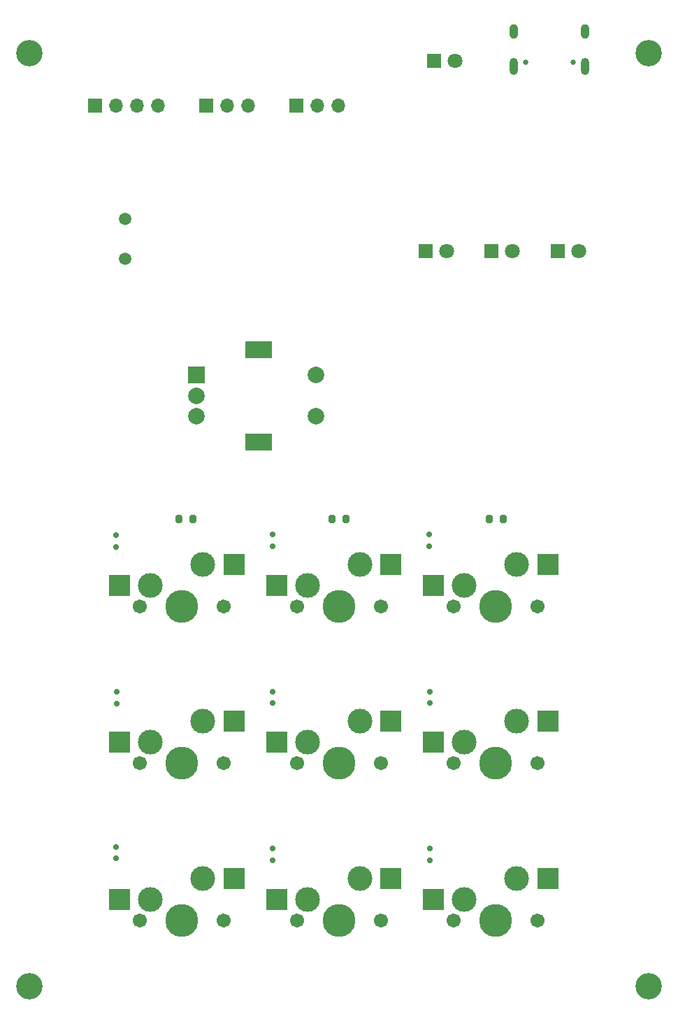
<source format=gbr>
%TF.GenerationSoftware,KiCad,Pcbnew,8.0.4*%
%TF.CreationDate,2024-10-31T19:52:33+01:00*%
%TF.ProjectId,Keyboard,4b657962-6f61-4726-942e-6b696361645f,rev?*%
%TF.SameCoordinates,Original*%
%TF.FileFunction,Soldermask,Bot*%
%TF.FilePolarity,Negative*%
%FSLAX46Y46*%
G04 Gerber Fmt 4.6, Leading zero omitted, Abs format (unit mm)*
G04 Created by KiCad (PCBNEW 8.0.4) date 2024-10-31 19:52:33*
%MOMM*%
%LPD*%
G01*
G04 APERTURE LIST*
G04 Aperture macros list*
%AMRoundRect*
0 Rectangle with rounded corners*
0 $1 Rounding radius*
0 $2 $3 $4 $5 $6 $7 $8 $9 X,Y pos of 4 corners*
0 Add a 4 corners polygon primitive as box body*
4,1,4,$2,$3,$4,$5,$6,$7,$8,$9,$2,$3,0*
0 Add four circle primitives for the rounded corners*
1,1,$1+$1,$2,$3*
1,1,$1+$1,$4,$5*
1,1,$1+$1,$6,$7*
1,1,$1+$1,$8,$9*
0 Add four rect primitives between the rounded corners*
20,1,$1+$1,$2,$3,$4,$5,0*
20,1,$1+$1,$4,$5,$6,$7,0*
20,1,$1+$1,$6,$7,$8,$9,0*
20,1,$1+$1,$8,$9,$2,$3,0*%
G04 Aperture macros list end*
%ADD10C,3.200000*%
%ADD11C,1.800000*%
%ADD12R,1.800000X1.800000*%
%ADD13O,1.700000X1.700000*%
%ADD14R,1.700000X1.700000*%
%ADD15C,2.000000*%
%ADD16R,3.200000X2.000000*%
%ADD17R,2.000000X2.000000*%
%ADD18R,2.550000X2.500000*%
%ADD19C,1.701800*%
%ADD20C,3.000000*%
%ADD21C,3.987800*%
%ADD22C,1.500000*%
%ADD23O,1.000000X1.800000*%
%ADD24O,1.000000X2.100000*%
%ADD25C,0.650000*%
%ADD26RoundRect,0.150000X0.200000X-0.150000X0.200000X0.150000X-0.200000X0.150000X-0.200000X-0.150000X0*%
%ADD27RoundRect,0.200000X-0.200000X-0.275000X0.200000X-0.275000X0.200000X0.275000X-0.200000X0.275000X0*%
G04 APERTURE END LIST*
D10*
%TO.C,REF\u002A\u002A*%
X150000000Y-82000000D03*
%TD*%
%TO.C,REF\u002A\u002A*%
X75000000Y-82000000D03*
%TD*%
%TO.C,REF\u002A\u002A*%
X150000000Y-195000000D03*
%TD*%
%TO.C,REF\u002A\u002A*%
X75000000Y-195000000D03*
%TD*%
D11*
%TO.C,D6*%
X125515000Y-106000000D03*
D12*
X122975000Y-106000000D03*
%TD*%
D11*
%TO.C,D5*%
X133540000Y-106000000D03*
D12*
X131000000Y-106000000D03*
%TD*%
%TO.C,D4*%
X139000000Y-106000000D03*
D11*
X141540000Y-106000000D03*
%TD*%
D13*
%TO.C,J3*%
X112462000Y-88375000D03*
X109922000Y-88375000D03*
D14*
X107382000Y-88375000D03*
%TD*%
D13*
%TO.C,J2*%
X101540000Y-88375000D03*
X99000000Y-88375000D03*
D14*
X96460000Y-88375000D03*
%TD*%
D15*
%TO.C,SW77*%
X109750000Y-121000000D03*
X109750000Y-126000000D03*
D16*
X102750000Y-129100000D03*
X102750000Y-117900000D03*
D15*
X95250000Y-123500000D03*
X95250000Y-126000000D03*
D17*
X95250000Y-121000000D03*
%TD*%
D18*
%TO.C,SW1*%
X85940000Y-146460000D03*
X99790000Y-143920000D03*
D19*
X98580000Y-149000000D03*
D20*
X96040000Y-143920000D03*
D21*
X93500000Y-149000000D03*
D20*
X89690000Y-146460000D03*
D19*
X88420000Y-149000000D03*
%TD*%
D18*
%TO.C,SW32*%
X104940000Y-184460000D03*
X118790000Y-181920000D03*
D19*
X117580000Y-187000000D03*
D20*
X115040000Y-181920000D03*
D21*
X112500000Y-187000000D03*
D20*
X108690000Y-184460000D03*
D19*
X107420000Y-187000000D03*
%TD*%
D18*
%TO.C,SW18*%
X123940000Y-165460000D03*
X137790000Y-162920000D03*
D19*
X136580000Y-168000000D03*
D20*
X134040000Y-162920000D03*
D21*
X131500000Y-168000000D03*
D20*
X127690000Y-165460000D03*
D19*
X126420000Y-168000000D03*
%TD*%
D18*
%TO.C,SW16*%
X85940000Y-165460000D03*
X99790000Y-162920000D03*
D19*
X98580000Y-168000000D03*
D20*
X96040000Y-162920000D03*
D21*
X93500000Y-168000000D03*
D20*
X89690000Y-165460000D03*
D19*
X88420000Y-168000000D03*
%TD*%
D18*
%TO.C,SW17*%
X104940000Y-165460000D03*
X118790000Y-162920000D03*
D19*
X117580000Y-168000000D03*
D20*
X115040000Y-162920000D03*
D21*
X112500000Y-168000000D03*
D20*
X108690000Y-165460000D03*
D19*
X107420000Y-168000000D03*
%TD*%
D18*
%TO.C,SW3*%
X123940000Y-146460000D03*
X137790000Y-143920000D03*
D19*
X136580000Y-149000000D03*
D20*
X134040000Y-143920000D03*
D21*
X131500000Y-149000000D03*
D20*
X127690000Y-146460000D03*
D19*
X126420000Y-149000000D03*
%TD*%
D11*
%TO.C,D76*%
X126540000Y-83000000D03*
D12*
X124000000Y-83000000D03*
%TD*%
D22*
%TO.C,Y1*%
X86566000Y-102062000D03*
X86566000Y-106942000D03*
%TD*%
D18*
%TO.C,SW31*%
X85940000Y-184460000D03*
X99790000Y-181920000D03*
D19*
X98580000Y-187000000D03*
D20*
X96040000Y-181920000D03*
D21*
X93500000Y-187000000D03*
D20*
X89690000Y-184460000D03*
D19*
X88420000Y-187000000D03*
%TD*%
D18*
%TO.C,SW33*%
X123940000Y-184460000D03*
X137790000Y-181920000D03*
D19*
X136580000Y-187000000D03*
D20*
X134040000Y-181920000D03*
D21*
X131500000Y-187000000D03*
D20*
X127690000Y-184460000D03*
D19*
X126420000Y-187000000D03*
%TD*%
D23*
%TO.C,J1*%
X133680000Y-79425000D03*
D24*
X133680000Y-83605000D03*
D23*
X142320000Y-79425000D03*
D24*
X142320000Y-83605000D03*
D25*
X135110000Y-83105000D03*
X140890000Y-83105000D03*
%TD*%
D18*
%TO.C,SW2*%
X104940000Y-146460000D03*
X118790000Y-143920000D03*
D19*
X117580000Y-149000000D03*
D20*
X115040000Y-143920000D03*
D21*
X112500000Y-149000000D03*
D20*
X108690000Y-146460000D03*
D19*
X107420000Y-149000000D03*
%TD*%
D13*
%TO.C,J4*%
X90613000Y-88375000D03*
X88073000Y-88375000D03*
X85533000Y-88375000D03*
D14*
X82993000Y-88375000D03*
%TD*%
D26*
%TO.C,D32*%
X104500000Y-179720000D03*
X104500000Y-178320000D03*
%TD*%
D27*
%TO.C,R6*%
X94799000Y-138428000D03*
X93149000Y-138428000D03*
%TD*%
D26*
%TO.C,D33*%
X123500000Y-179720000D03*
X123500000Y-178320000D03*
%TD*%
%TO.C,D17*%
X104500000Y-160720000D03*
X104500000Y-159320000D03*
%TD*%
%TO.C,D18*%
X123500000Y-160720000D03*
X123500000Y-159320000D03*
%TD*%
%TO.C,D1*%
X85500000Y-141778000D03*
X85500000Y-140378000D03*
%TD*%
%TO.C,D16*%
X85564000Y-160766000D03*
X85564000Y-159366000D03*
%TD*%
D27*
%TO.C,R8*%
X132391000Y-138428000D03*
X130741000Y-138428000D03*
%TD*%
D26*
%TO.C,D3*%
X123410000Y-141716000D03*
X123410000Y-140316000D03*
%TD*%
%TO.C,D31*%
X85500000Y-179500000D03*
X85500000Y-178100000D03*
%TD*%
D27*
%TO.C,R7*%
X113341000Y-138428000D03*
X111691000Y-138428000D03*
%TD*%
D26*
%TO.C,D2*%
X104500000Y-141716000D03*
X104500000Y-140316000D03*
%TD*%
M02*

</source>
